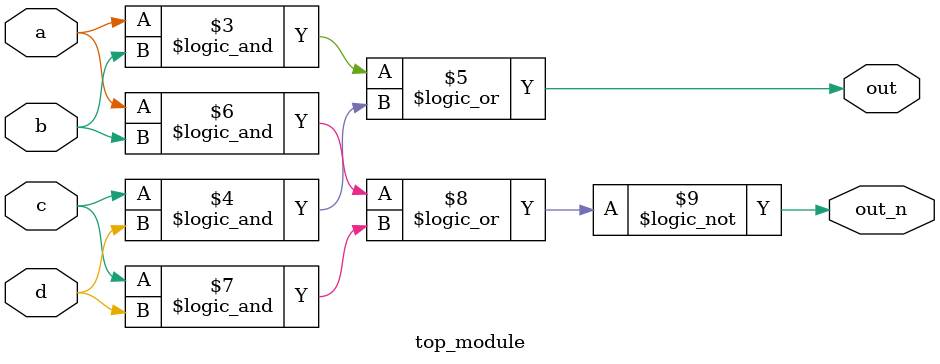
<source format=v>
`default_nettype none
module top_module(
    input a,
    input b,
    input c,
    input d,
    output out,
    output out_n   ); 
wire OR_in1;
    wire OR_in2;
    wire NOT_in1;
    
    assign OR_in1 = a && b;
    assign OR_in2 = c && d;
    assign out = (a && b) || (c && d);
    assign out_n = !((a && b) || (c && d));
    
endmodule

</source>
